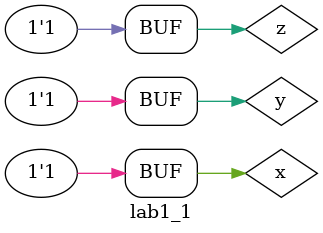
<source format=v>
`timescale 1ns / 1ns

module lab1_1 ();

reg x,y,z;

wire o;

    lab1 lab(o,x,y,z);

initial begin
    $dumpfile("TimingDiagram.vcd");
	$dumpvars(0, o, x, y, z);

x = 0;  y = 0; z = 0; #20;
x = 0;  y = 0; z = 1; #20;
x = 0;  y = 1; z = 0; #20;
x = 0;  y = 1; z = 1; #20;
x = 1;  y = 0; z = 0; #20;
x = 1;  y = 0; z = 1; #20;
x = 1;  y = 1; z = 0; #20;
x = 1;  y = 1; z = 1; #20;
end

endmodule //lab1_1
</source>
